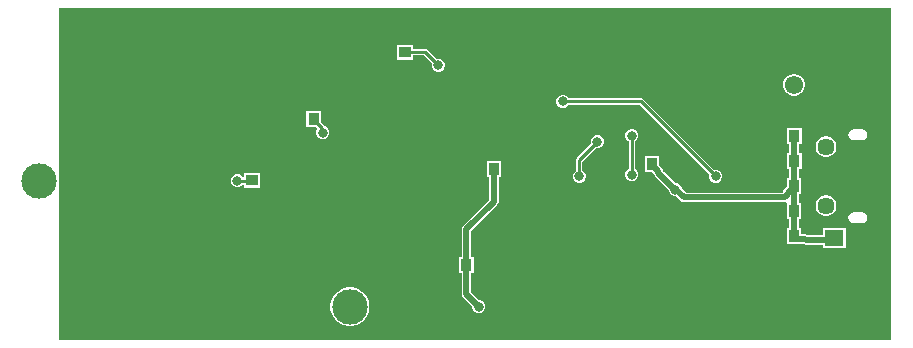
<source format=gbr>
G04*
G04 #@! TF.GenerationSoftware,Altium Limited,Altium Designer,24.6.1 (21)*
G04*
G04 Layer_Physical_Order=2*
G04 Layer_Color=16711680*
%FSLAX25Y25*%
%MOIN*%
G70*
G04*
G04 #@! TF.SameCoordinates,070BA572-D09E-44C5-9521-77B36399D436*
G04*
G04*
G04 #@! TF.FilePolarity,Positive*
G04*
G01*
G75*
%ADD11C,0.01968*%
%ADD17C,0.01000*%
%ADD26R,0.03740X0.04134*%
%ADD30R,0.04134X0.03740*%
%ADD37C,0.05709*%
%ADD38C,0.06102*%
%ADD39R,0.06102X0.06102*%
%ADD40C,0.03150*%
%ADD41C,0.02800*%
%ADD42C,0.11811*%
%ADD44R,0.06457X0.05512*%
G36*
X673000Y341500D02*
X395500D01*
Y452000D01*
X673000D01*
Y341500D01*
D02*
G37*
%LPC*%
G36*
X513658Y439815D02*
X508343D01*
Y434894D01*
X513658D01*
Y436242D01*
X517185D01*
X519882Y433545D01*
X519835Y433431D01*
Y432569D01*
X520164Y431773D01*
X520773Y431164D01*
X521569Y430835D01*
X522431D01*
X523227Y431164D01*
X523836Y431773D01*
X524165Y432569D01*
Y433431D01*
X523836Y434227D01*
X523227Y434836D01*
X522431Y435165D01*
X521569D01*
X521455Y435118D01*
X518432Y438141D01*
X518071Y438382D01*
X517646Y438466D01*
X517646Y438466D01*
X513658D01*
Y439815D01*
D02*
G37*
G36*
X640979Y430142D02*
X640021D01*
X639094Y429893D01*
X638264Y429414D01*
X637586Y428736D01*
X637107Y427906D01*
X636858Y426979D01*
Y426021D01*
X637107Y425094D01*
X637586Y424264D01*
X638264Y423586D01*
X639094Y423106D01*
X640021Y422858D01*
X640979D01*
X641906Y423106D01*
X642736Y423586D01*
X643414Y424264D01*
X643893Y425094D01*
X644142Y426021D01*
Y426979D01*
X643893Y427906D01*
X643414Y428736D01*
X642736Y429414D01*
X641906Y429893D01*
X640979Y430142D01*
D02*
G37*
G36*
X482815Y417658D02*
X477894D01*
Y412343D01*
X481243D01*
X481761Y411824D01*
X481664Y411727D01*
X481335Y410931D01*
Y410069D01*
X481664Y409273D01*
X482273Y408664D01*
X483069Y408335D01*
X483931D01*
X484727Y408664D01*
X485336Y409273D01*
X485665Y410069D01*
Y410931D01*
X485336Y411727D01*
X484727Y412336D01*
X484029Y412625D01*
X483875Y412855D01*
X482815Y413915D01*
Y417658D01*
D02*
G37*
G36*
X663193Y411586D02*
X660437D01*
X659746Y411448D01*
X659160Y411057D01*
X658768Y410471D01*
X658631Y409780D01*
X658768Y409088D01*
X659160Y408502D01*
X659746Y408111D01*
X660437Y407973D01*
X663193D01*
X663884Y408111D01*
X664470Y408502D01*
X664862Y409088D01*
X664999Y409780D01*
X664862Y410471D01*
X664470Y411057D01*
X663884Y411448D01*
X663193Y411586D01*
D02*
G37*
G36*
X575431Y409665D02*
X574569D01*
X573773Y409336D01*
X573164Y408727D01*
X572835Y407931D01*
Y407069D01*
X572882Y406955D01*
X568068Y402141D01*
X567827Y401780D01*
X567742Y401354D01*
X567742Y401354D01*
Y397805D01*
X567164Y397227D01*
X566835Y396431D01*
Y395569D01*
X567164Y394773D01*
X567773Y394164D01*
X568569Y393835D01*
X569431D01*
X570227Y394164D01*
X570836Y394773D01*
X571165Y395569D01*
Y396431D01*
X570836Y397227D01*
X570227Y397836D01*
X569966Y397943D01*
Y400894D01*
X574455Y405382D01*
X574569Y405335D01*
X575431D01*
X576227Y405664D01*
X576836Y406273D01*
X577165Y407069D01*
Y407931D01*
X576836Y408727D01*
X576227Y409336D01*
X575431Y409665D01*
D02*
G37*
G36*
X651639Y409287D02*
X650732D01*
X649855Y409053D01*
X649070Y408599D01*
X648428Y407958D01*
X647975Y407172D01*
X647740Y406296D01*
Y405389D01*
X647975Y404513D01*
X648428Y403727D01*
X649070Y403086D01*
X649855Y402632D01*
X650732Y402398D01*
X651639D01*
X652515Y402632D01*
X653300Y403086D01*
X653942Y403727D01*
X654395Y404513D01*
X654630Y405389D01*
Y406296D01*
X654395Y407172D01*
X653942Y407958D01*
X653300Y408599D01*
X652515Y409053D01*
X651639Y409287D01*
D02*
G37*
G36*
X462657Y397106D02*
X457342D01*
Y395553D01*
X456824D01*
X456777Y395668D01*
X456168Y396277D01*
X455372Y396606D01*
X454510D01*
X453714Y396277D01*
X453105Y395668D01*
X452776Y394872D01*
Y394010D01*
X453105Y393214D01*
X453714Y392605D01*
X454510Y392276D01*
X455372D01*
X456168Y392605D01*
X456777Y393214D01*
X456824Y393329D01*
X457342D01*
Y392185D01*
X462657D01*
Y397106D01*
D02*
G37*
G36*
X586931Y411665D02*
X586069D01*
X585273Y411336D01*
X584664Y410727D01*
X584335Y409931D01*
Y409069D01*
X584664Y408273D01*
X585273Y407664D01*
X585388Y407617D01*
Y398383D01*
X585273Y398336D01*
X584664Y397727D01*
X584335Y396931D01*
Y396069D01*
X584664Y395273D01*
X585273Y394664D01*
X586069Y394335D01*
X586931D01*
X587727Y394664D01*
X588336Y395273D01*
X588665Y396069D01*
Y396931D01*
X588336Y397727D01*
X587727Y398336D01*
X587612Y398383D01*
Y407617D01*
X587727Y407664D01*
X588336Y408273D01*
X588665Y409069D01*
Y409931D01*
X588336Y410727D01*
X587727Y411336D01*
X586931Y411665D01*
D02*
G37*
G36*
X563931Y423165D02*
X563069D01*
X562273Y422836D01*
X561664Y422227D01*
X561335Y421431D01*
Y420569D01*
X561664Y419773D01*
X562273Y419164D01*
X563069Y418835D01*
X563931D01*
X564727Y419164D01*
X565336Y419773D01*
X565383Y419888D01*
X589039D01*
X612382Y396545D01*
X612335Y396431D01*
Y395569D01*
X612664Y394773D01*
X613273Y394164D01*
X614069Y393835D01*
X614931D01*
X615727Y394164D01*
X616336Y394773D01*
X616665Y395569D01*
Y396431D01*
X616336Y397227D01*
X615727Y397836D01*
X614931Y398165D01*
X614069D01*
X613955Y398118D01*
X590286Y421786D01*
X589925Y422027D01*
X589500Y422112D01*
X589500Y422112D01*
X565383D01*
X565336Y422227D01*
X564727Y422836D01*
X563931Y423165D01*
D02*
G37*
G36*
X643049Y412030D02*
X638128D01*
Y406715D01*
X638939D01*
Y403674D01*
X638128D01*
Y398358D01*
X638958D01*
Y395415D01*
X638078D01*
Y392371D01*
X637336Y391629D01*
X636988Y391108D01*
X636898Y390653D01*
X636768Y390524D01*
X604553D01*
X603152Y391925D01*
Y391931D01*
X602823Y392727D01*
X602214Y393336D01*
X601418Y393665D01*
X601105D01*
X597474Y397297D01*
X597208Y397474D01*
X596786Y397896D01*
X596696Y398351D01*
X596348Y398872D01*
X595606Y399613D01*
Y402658D01*
X590685D01*
Y397342D01*
X593335D01*
X593639Y397039D01*
X593729Y396585D01*
X594077Y396064D01*
X595115Y395026D01*
X595115Y395026D01*
X595381Y394848D01*
X598822Y391407D01*
Y391069D01*
X599151Y390273D01*
X599760Y389664D01*
X600556Y389335D01*
X601201D01*
X602753Y387783D01*
X603273Y387435D01*
X603888Y387313D01*
X603888Y387313D01*
X637434D01*
X637434Y387313D01*
X637619Y387350D01*
X638039Y386924D01*
Y381842D01*
X638939D01*
Y378762D01*
X638039D01*
Y373447D01*
X641231D01*
X641386Y373416D01*
X643564D01*
X643741Y373298D01*
X644355Y373175D01*
X644355Y373175D01*
X650181D01*
Y372087D01*
X657819D01*
Y378780D01*
X650181D01*
Y376387D01*
X644906D01*
X644730Y376505D01*
X644115Y376627D01*
X644115Y376627D01*
X642961D01*
Y378762D01*
X642150D01*
Y381842D01*
X642961D01*
Y387158D01*
X642150D01*
Y390100D01*
X642999D01*
Y395415D01*
X642169D01*
Y398358D01*
X643049D01*
Y403674D01*
X642150D01*
Y406715D01*
X643049D01*
Y412030D01*
D02*
G37*
G36*
X651639Y389602D02*
X650732D01*
X649855Y389368D01*
X649070Y388914D01*
X648428Y388273D01*
X647975Y387487D01*
X647740Y386611D01*
Y385704D01*
X647975Y384828D01*
X648428Y384042D01*
X649070Y383401D01*
X649855Y382947D01*
X650732Y382713D01*
X651639D01*
X652515Y382947D01*
X653300Y383401D01*
X653942Y384042D01*
X654395Y384828D01*
X654630Y385704D01*
Y386611D01*
X654395Y387487D01*
X653942Y388273D01*
X653300Y388914D01*
X652515Y389368D01*
X651639Y389602D01*
D02*
G37*
G36*
X663193Y384027D02*
X660437D01*
X659746Y383889D01*
X659160Y383498D01*
X658768Y382912D01*
X658631Y382221D01*
X658768Y381529D01*
X659160Y380943D01*
X659746Y380552D01*
X660437Y380414D01*
X663193D01*
X663884Y380552D01*
X664470Y380943D01*
X664862Y381529D01*
X664999Y382221D01*
X664862Y382912D01*
X664470Y383498D01*
X663884Y383889D01*
X663193Y384027D01*
D02*
G37*
G36*
X542961Y401158D02*
X538039D01*
Y395843D01*
X538894D01*
Y388212D01*
X530156Y379474D01*
X529808Y378953D01*
X529686Y378339D01*
X529686Y378339D01*
Y369158D01*
X528831D01*
Y363843D01*
X529686D01*
Y356709D01*
X529686Y356709D01*
X529808Y356094D01*
X530156Y355573D01*
X533335Y352395D01*
Y352069D01*
X533664Y351273D01*
X534273Y350664D01*
X535069Y350335D01*
X535931D01*
X536727Y350664D01*
X537336Y351273D01*
X537665Y352069D01*
Y352931D01*
X537336Y353727D01*
X536727Y354336D01*
X535931Y354665D01*
X535605D01*
X532897Y357374D01*
Y363843D01*
X533752D01*
Y369158D01*
X532897D01*
Y377674D01*
X541635Y386412D01*
X541635Y386412D01*
X541983Y386933D01*
X542106Y387547D01*
Y395843D01*
X542961D01*
Y401158D01*
D02*
G37*
G36*
X493140Y358996D02*
X491860D01*
X490605Y358746D01*
X489423Y358257D01*
X488359Y357546D01*
X487454Y356641D01*
X486743Y355577D01*
X486254Y354395D01*
X486004Y353140D01*
Y351860D01*
X486254Y350605D01*
X486743Y349423D01*
X487454Y348359D01*
X488359Y347454D01*
X489423Y346743D01*
X490605Y346254D01*
X491860Y346004D01*
X493140D01*
X494395Y346254D01*
X495577Y346743D01*
X496641Y347454D01*
X497546Y348359D01*
X498257Y349423D01*
X498746Y350605D01*
X498996Y351860D01*
Y353140D01*
X498746Y354395D01*
X498257Y355577D01*
X497546Y356641D01*
X496641Y357546D01*
X495577Y358257D01*
X494395Y358746D01*
X493140Y358996D01*
D02*
G37*
%LPD*%
D11*
X640544Y376149D02*
Y392757D01*
X640564Y392782D02*
Y400997D01*
X640544Y401016D02*
Y409328D01*
X640538Y392757D02*
X640564Y392782D01*
X640544Y401016D02*
X640564Y400997D01*
X531291Y356709D02*
Y366500D01*
Y356709D02*
X535500Y352500D01*
X540500Y387547D02*
Y398500D01*
X531291Y378339D02*
X540500Y387547D01*
X595213Y397199D02*
Y397736D01*
Y397199D02*
X596250Y396161D01*
X596339D01*
X600987Y391513D01*
X593146Y399803D02*
Y400000D01*
Y399803D02*
X595213Y397736D01*
X600987Y391500D02*
Y391513D01*
X641386Y375022D02*
X644115D01*
X644355Y374781D02*
X653348D01*
X654000Y375433D01*
X640500Y375907D02*
Y376104D01*
Y375907D02*
X641386Y375022D01*
X644115D02*
X644355Y374781D01*
X640500Y376104D02*
X640544Y376149D01*
Y409328D02*
X640589Y409372D01*
X531291Y366500D02*
Y378339D01*
X601307Y391500D02*
X603888Y388919D01*
X637434D01*
X638472Y389956D01*
Y390493D01*
X640538Y392560D01*
X600987Y391500D02*
X601307D01*
D17*
X517646Y437354D02*
X522000Y433000D01*
X511000Y437354D02*
X517646D01*
X589500Y421000D02*
X614500Y396000D01*
X480354Y414803D02*
X483089Y412069D01*
X480354Y414803D02*
Y415000D01*
X454941Y394441D02*
X459795D01*
X460000Y394646D01*
X586500Y396500D02*
Y409500D01*
X568854Y401354D02*
X575000Y407500D01*
X568854Y396354D02*
Y401354D01*
X563500Y421000D02*
X589500D01*
D26*
X634791Y384500D02*
D03*
X640500Y384500D02*
D03*
X634791Y376104D02*
D03*
X640500D02*
D03*
X634880Y409372D02*
D03*
X640589D02*
D03*
X634830Y392757D02*
D03*
X640538D02*
D03*
X634880Y401016D02*
D03*
X640589D02*
D03*
X537000Y366500D02*
D03*
X531291D02*
D03*
X598854Y400000D02*
D03*
X593146D02*
D03*
X540500Y398500D02*
D03*
X534791D02*
D03*
X474646Y415000D02*
D03*
X480354D02*
D03*
D30*
X511000Y437354D02*
D03*
Y431646D02*
D03*
X460000Y400354D02*
D03*
Y394646D02*
D03*
D37*
X651185Y405842D02*
D03*
Y386157D02*
D03*
D38*
X640500Y426500D02*
D03*
D39*
X650500D02*
D03*
D40*
X569000Y396000D02*
D03*
X522000Y433000D02*
D03*
X535500Y352500D02*
D03*
X600987Y391500D02*
D03*
X606280Y409780D02*
D03*
X614500Y396000D02*
D03*
X508500Y388000D02*
D03*
X483500Y410500D02*
D03*
X454941Y394441D02*
D03*
X586500Y409500D02*
D03*
Y396500D02*
D03*
X575000Y407500D02*
D03*
X563500Y421000D02*
D03*
X527059Y404559D02*
D03*
D41*
X645669Y377953D02*
D03*
X543672Y393701D02*
D03*
X661417Y440945D02*
D03*
X669291Y425197D02*
D03*
Y393701D02*
D03*
Y362205D02*
D03*
X661417Y346457D02*
D03*
X645669Y440945D02*
D03*
Y346457D02*
D03*
X629921Y440945D02*
D03*
Y409449D02*
D03*
X637795Y362205D02*
D03*
X629921Y346457D02*
D03*
X614173Y440945D02*
D03*
X622047Y362205D02*
D03*
X614173Y346457D02*
D03*
X598425Y440945D02*
D03*
X606299Y393701D02*
D03*
Y362205D02*
D03*
X582677Y440945D02*
D03*
Y409449D02*
D03*
X566929Y440945D02*
D03*
X574803Y425197D02*
D03*
Y393701D02*
D03*
Y362205D02*
D03*
X559055Y425197D02*
D03*
X551181Y409449D02*
D03*
X559055Y393701D02*
D03*
X551181Y377953D02*
D03*
X543307Y425197D02*
D03*
X535433Y409449D02*
D03*
Y346457D02*
D03*
X527559Y425197D02*
D03*
X519685Y409449D02*
D03*
X527559Y393701D02*
D03*
X519685Y346457D02*
D03*
X511811Y425197D02*
D03*
X503937Y409449D02*
D03*
Y377953D02*
D03*
Y346457D02*
D03*
X488189Y409449D02*
D03*
X496063Y393701D02*
D03*
X488189Y377953D02*
D03*
X496063Y362205D02*
D03*
X472441Y440945D02*
D03*
Y377953D02*
D03*
X480315Y362205D02*
D03*
X456693Y440945D02*
D03*
X464567Y425197D02*
D03*
X456693Y409449D02*
D03*
X464567Y393701D02*
D03*
X456693Y377953D02*
D03*
X464567Y362205D02*
D03*
X456693Y346457D02*
D03*
X440945Y440945D02*
D03*
X448819Y425197D02*
D03*
X440945Y409449D02*
D03*
Y377953D02*
D03*
X448819Y362205D02*
D03*
X440945Y346457D02*
D03*
X425197Y440945D02*
D03*
X433071Y425197D02*
D03*
X425197Y409449D02*
D03*
Y377953D02*
D03*
X433071Y362205D02*
D03*
X425197Y346457D02*
D03*
X409449Y440945D02*
D03*
X417323Y425197D02*
D03*
X409449Y409449D02*
D03*
Y377953D02*
D03*
X417323Y362205D02*
D03*
X409449Y346457D02*
D03*
D42*
X472500Y352000D02*
D03*
X492500Y352500D02*
D03*
X389000Y394500D02*
D03*
D44*
X654000Y359567D02*
D03*
Y375433D02*
D03*
M02*

</source>
